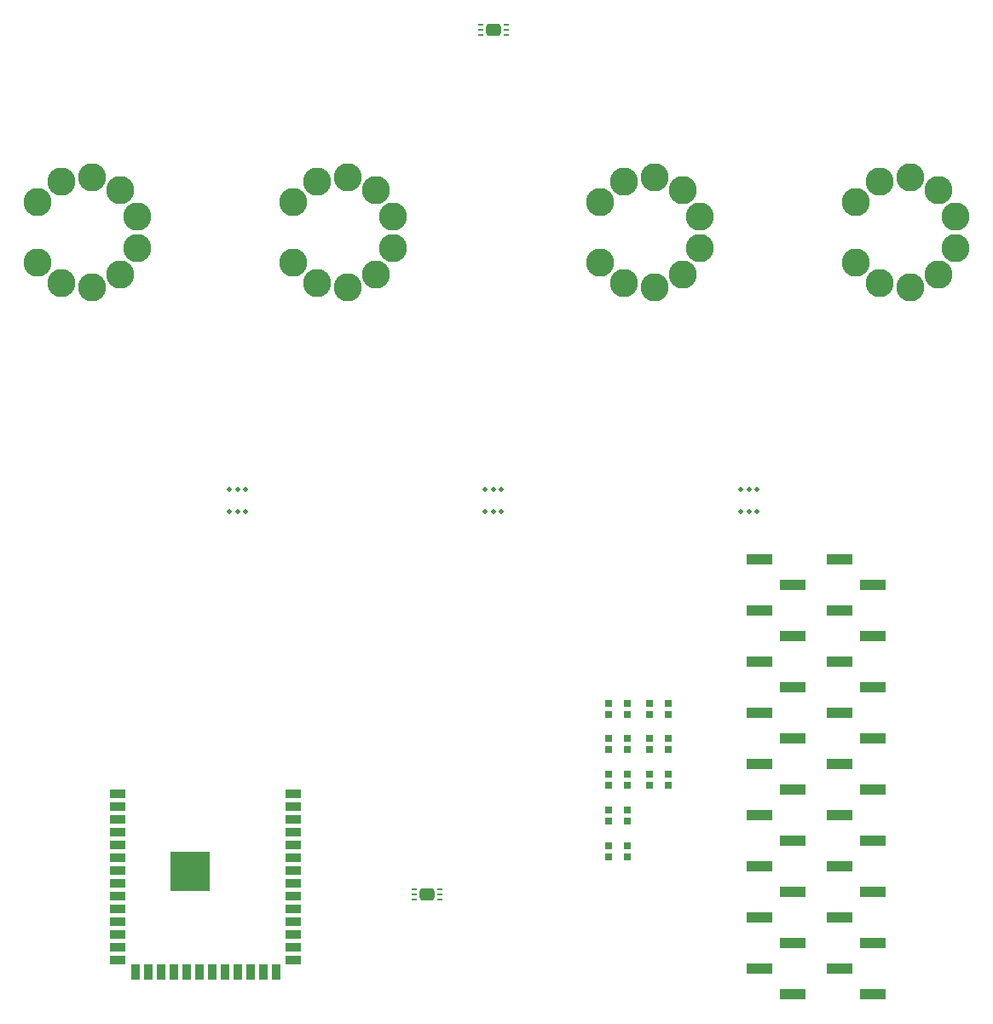
<source format=gbr>
%TF.GenerationSoftware,KiCad,Pcbnew,7.0.10*%
%TF.CreationDate,2024-02-10T11:13:50-05:00*%
%TF.ProjectId,Nixie Clock,4e697869-6520-4436-9c6f-636b2e6b6963,rev?*%
%TF.SameCoordinates,Original*%
%TF.FileFunction,Soldermask,Top*%
%TF.FilePolarity,Negative*%
%FSLAX46Y46*%
G04 Gerber Fmt 4.6, Leading zero omitted, Abs format (unit mm)*
G04 Created by KiCad (PCBNEW 7.0.10) date 2024-02-10 11:13:50*
%MOMM*%
%LPD*%
G01*
G04 APERTURE LIST*
G04 Aperture macros list*
%AMRoundRect*
0 Rectangle with rounded corners*
0 $1 Rounding radius*
0 $2 $3 $4 $5 $6 $7 $8 $9 X,Y pos of 4 corners*
0 Add a 4 corners polygon primitive as box body*
4,1,4,$2,$3,$4,$5,$6,$7,$8,$9,$2,$3,0*
0 Add four circle primitives for the rounded corners*
1,1,$1+$1,$2,$3*
1,1,$1+$1,$4,$5*
1,1,$1+$1,$6,$7*
1,1,$1+$1,$8,$9*
0 Add four rect primitives between the rounded corners*
20,1,$1+$1,$2,$3,$4,$5,0*
20,1,$1+$1,$4,$5,$6,$7,0*
20,1,$1+$1,$6,$7,$8,$9,0*
20,1,$1+$1,$8,$9,$2,$3,0*%
G04 Aperture macros list end*
%ADD10C,0.500000*%
%ADD11R,0.700000X0.700000*%
%ADD12R,1.500000X0.900000*%
%ADD13R,0.900000X1.500000*%
%ADD14C,0.600000*%
%ADD15R,3.900000X3.900000*%
%ADD16RoundRect,0.300000X0.450000X-0.300000X0.450000X0.300000X-0.450000X0.300000X-0.450000X-0.300000X0*%
%ADD17RoundRect,0.055000X0.195000X-0.055000X0.195000X0.055000X-0.195000X0.055000X-0.195000X-0.055000X0*%
%ADD18C,2.800000*%
%ADD19R,2.510000X1.000000*%
G04 APERTURE END LIST*
D10*
%TO.C,mouse-bite-2.54mm-slot*%
X202400000Y-109390000D03*
X202400000Y-111590000D03*
X203200000Y-109390000D03*
X203200000Y-111590000D03*
X204000000Y-109390000D03*
X204000000Y-111590000D03*
%TD*%
%TO.C,mouse-bite-2.54mm-slot*%
X177000000Y-109390000D03*
X177000000Y-111590000D03*
X177800000Y-109390000D03*
X177800000Y-111590000D03*
X178600000Y-109390000D03*
X178600000Y-111590000D03*
%TD*%
%TO.C,mouse-bite-2.54mm-slot*%
X152400000Y-109390000D03*
X152400000Y-111590000D03*
X153200000Y-109390000D03*
X151600000Y-109390000D03*
X151600000Y-111590000D03*
X153200000Y-111590000D03*
%TD*%
D11*
%TO.C,D1*%
X189230000Y-130562000D03*
X189230000Y-131662000D03*
X191060000Y-131662000D03*
X191060000Y-130562000D03*
%TD*%
%TO.C,D3*%
X189230000Y-137662000D03*
X189230000Y-138762000D03*
X191060000Y-138762000D03*
X191060000Y-137662000D03*
%TD*%
%TO.C,D4*%
X189230000Y-141212000D03*
X189230000Y-142312000D03*
X191060000Y-142312000D03*
X191060000Y-141212000D03*
%TD*%
%TO.C,D5*%
X189230000Y-144762000D03*
X189230000Y-145862000D03*
X191060000Y-145862000D03*
X191060000Y-144762000D03*
%TD*%
%TO.C,D6*%
X193320000Y-130562000D03*
X193320000Y-131662000D03*
X195150000Y-131662000D03*
X195150000Y-130562000D03*
%TD*%
%TO.C,D7*%
X193320000Y-134112000D03*
X193320000Y-135212000D03*
X195150000Y-135212000D03*
X195150000Y-134112000D03*
%TD*%
%TO.C,D8*%
X193320000Y-137662000D03*
X193320000Y-138762000D03*
X195150000Y-138762000D03*
X195150000Y-137662000D03*
%TD*%
%TO.C,D2*%
X189230000Y-134112000D03*
X189230000Y-135212000D03*
X191060000Y-135212000D03*
X191060000Y-134112000D03*
%TD*%
D12*
%TO.C,U6*%
X140448000Y-139538000D03*
X140448000Y-140808000D03*
X140448000Y-142078000D03*
X140448000Y-143348000D03*
X140448000Y-144618000D03*
X140448000Y-145888000D03*
X140448000Y-147158000D03*
X140448000Y-148428000D03*
X140448000Y-149698000D03*
X140448000Y-150968000D03*
X140448000Y-152238000D03*
X140448000Y-153508000D03*
X140448000Y-154778000D03*
X140448000Y-156048000D03*
D13*
X142213000Y-157298000D03*
X143483000Y-157298000D03*
X144753000Y-157298000D03*
X146023000Y-157298000D03*
X147293000Y-157298000D03*
X148563000Y-157298000D03*
X149833000Y-157298000D03*
X151103000Y-157298000D03*
X152373000Y-157298000D03*
X153643000Y-157298000D03*
X154913000Y-157298000D03*
X156183000Y-157298000D03*
D12*
X157948000Y-156048000D03*
X157948000Y-154778000D03*
X157948000Y-153508000D03*
X157948000Y-152238000D03*
X157948000Y-150968000D03*
X157948000Y-149698000D03*
X157948000Y-148428000D03*
X157948000Y-147158000D03*
X157948000Y-145888000D03*
X157948000Y-144618000D03*
X157948000Y-143348000D03*
X157948000Y-142078000D03*
X157948000Y-140808000D03*
X157948000Y-139538000D03*
D14*
X148398000Y-147258000D03*
X146998000Y-145858000D03*
X147698000Y-147958000D03*
X149098000Y-146558000D03*
X147698000Y-146558000D03*
X149098000Y-147958000D03*
X146298000Y-147958000D03*
X146998000Y-147258000D03*
D15*
X147698000Y-147258000D03*
D14*
X148398000Y-145858000D03*
X148398000Y-148658000D03*
X146998000Y-148658000D03*
X146298000Y-146558000D03*
%TD*%
D16*
%TO.C,PD1*%
X171196000Y-149606000D03*
D17*
X169926000Y-149098000D03*
X169926000Y-149606000D03*
X169926000Y-150114000D03*
X172466000Y-150114000D03*
X172466000Y-149606000D03*
X172466000Y-149098000D03*
%TD*%
D18*
%TO.C,U3*%
X188413106Y-86793524D03*
X190755218Y-88822975D03*
X193822731Y-89264017D03*
X196641733Y-87976622D03*
X198317211Y-85369529D03*
X198317211Y-82270471D03*
X196641734Y-79663378D03*
X193822732Y-78375983D03*
X190755218Y-78817025D03*
X188413106Y-80846476D03*
%TD*%
D19*
%TO.C,J3*%
X212158000Y-116332000D03*
X215468000Y-118872000D03*
X212158000Y-121412000D03*
X215468000Y-123952000D03*
X212158000Y-126492000D03*
X215468000Y-129032000D03*
X212158000Y-131572000D03*
X215468000Y-134112000D03*
X212158000Y-136652000D03*
X215468000Y-139192000D03*
X212158000Y-141732000D03*
X215468000Y-144272000D03*
X212158000Y-146812000D03*
X215468000Y-149352000D03*
X212158000Y-151892000D03*
X215468000Y-154432000D03*
X212158000Y-156972000D03*
X215468000Y-159512000D03*
%TD*%
D16*
%TO.C,REF\u002A\u002A*%
X177800000Y-63754000D03*
D17*
X176530000Y-63246000D03*
X176530000Y-63754000D03*
X176530000Y-64262000D03*
X179070000Y-64262000D03*
X179070000Y-63754000D03*
X179070000Y-63246000D03*
%TD*%
D18*
%TO.C,U1*%
X132533106Y-86793524D03*
X134875218Y-88822975D03*
X137942731Y-89264017D03*
X140761733Y-87976622D03*
X142437211Y-85369529D03*
X142437211Y-82270471D03*
X140761734Y-79663378D03*
X137942732Y-78375983D03*
X134875218Y-78817025D03*
X132533106Y-80846476D03*
%TD*%
D19*
%TO.C,J1*%
X204208000Y-116332000D03*
X207518000Y-118872000D03*
X204208000Y-121412000D03*
X207518000Y-123952000D03*
X204208000Y-126492000D03*
X207518000Y-129032000D03*
X204208000Y-131572000D03*
X207518000Y-134112000D03*
X204208000Y-136652000D03*
X207518000Y-139192000D03*
X204208000Y-141732000D03*
X207518000Y-144272000D03*
X204208000Y-146812000D03*
X207518000Y-149352000D03*
X204208000Y-151892000D03*
X207518000Y-154432000D03*
X204208000Y-156972000D03*
X207518000Y-159512000D03*
%TD*%
D18*
%TO.C,U2*%
X157933106Y-86793524D03*
X160275218Y-88822975D03*
X163342731Y-89264017D03*
X166161733Y-87976622D03*
X167837211Y-85369529D03*
X167837211Y-82270471D03*
X166161734Y-79663378D03*
X163342732Y-78375983D03*
X160275218Y-78817025D03*
X157933106Y-80846476D03*
%TD*%
%TO.C,U4*%
X213813106Y-86793524D03*
X216155218Y-88822975D03*
X219222731Y-89264017D03*
X222041733Y-87976622D03*
X223717211Y-85369529D03*
X223717211Y-82270471D03*
X222041734Y-79663378D03*
X219222732Y-78375983D03*
X216155218Y-78817025D03*
X213813106Y-80846476D03*
%TD*%
M02*

</source>
